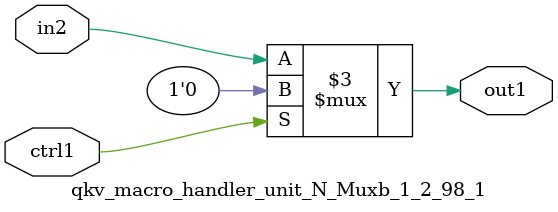
<source format=v>

`timescale 1ps / 1ps


module qkv_macro_handler_unit_N_Muxb_1_2_98_1( in2, ctrl1, out1 );

    input in2;
    input ctrl1;
    output out1;
    reg out1;

    
    // rtl_process:qkv_macro_handler_unit_N_Muxb_1_2_98_1/qkv_macro_handler_unit_N_Muxb_1_2_98_1_thread_1
    always @*
      begin : qkv_macro_handler_unit_N_Muxb_1_2_98_1_thread_1
        case (ctrl1) 
          1'b1: 
            begin
              out1 = 1'b0;
            end
          default: 
            begin
              out1 = in2;
            end
        endcase
      end

endmodule


</source>
